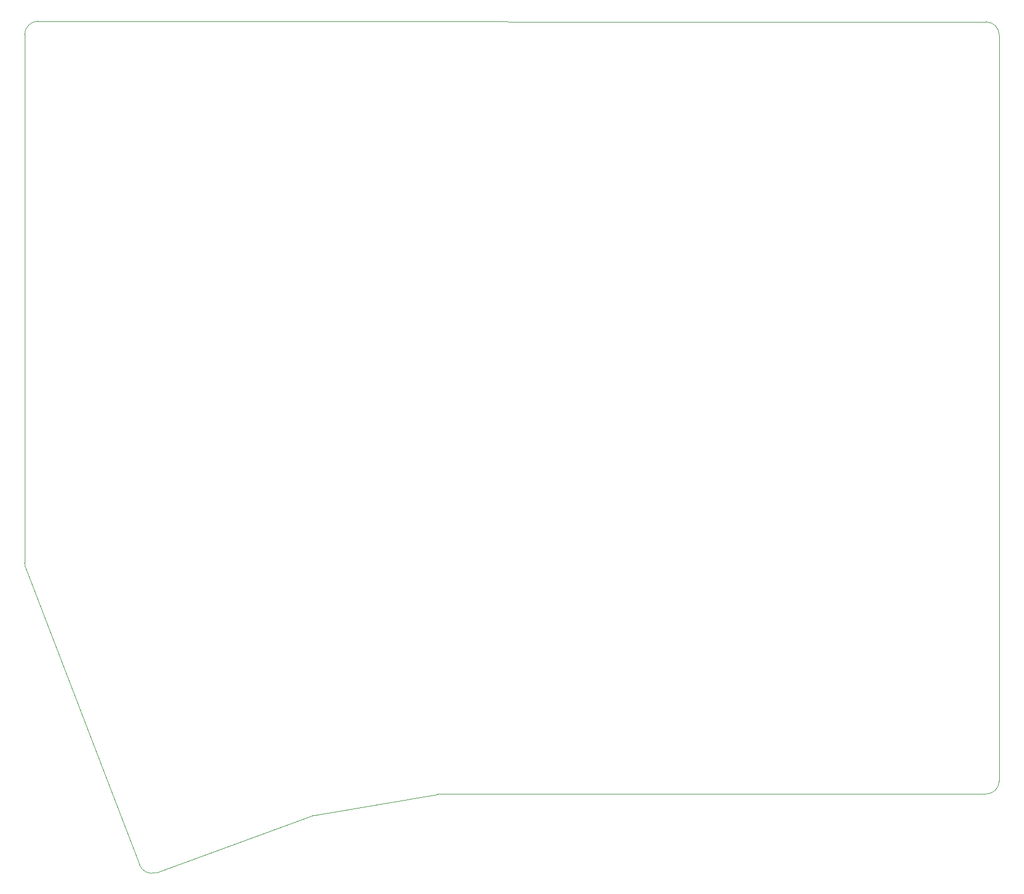
<source format=gbr>
G04 #@! TF.GenerationSoftware,KiCad,Pcbnew,9.0.6*
G04 #@! TF.CreationDate,2025-12-07T22:18:54+09:00*
G04 #@! TF.ProjectId,tarakkie_v1_light_bot2,74617261-6b6b-4696-955f-76315f6c6967,rev?*
G04 #@! TF.SameCoordinates,Original*
G04 #@! TF.FileFunction,Profile,NP*
%FSLAX46Y46*%
G04 Gerber Fmt 4.6, Leading zero omitted, Abs format (unit mm)*
G04 Created by KiCad (PCBNEW 9.0.6) date 2025-12-07 22:18:54*
%MOMM*%
%LPD*%
G01*
G04 APERTURE LIST*
G04 #@! TA.AperFunction,Profile*
%ADD10C,0.050000*%
G04 #@! TD*
G04 APERTURE END LIST*
D10*
X55953824Y-159908015D02*
G75*
G02*
X53402594Y-158743825I-683524J1879615D01*
G01*
X180724523Y-31886176D02*
G75*
G02*
X182722825Y-33886175I-1723J-2000024D01*
G01*
X79373241Y-151391863D02*
G75*
G02*
X79720000Y-151300002I683459J-1879537D01*
G01*
X36239317Y-113934143D02*
X53402655Y-158743802D01*
X79720000Y-151300000D02*
X98256173Y-148133987D01*
X182722801Y-146088313D02*
G75*
G02*
X180723218Y-148088301I-2000001J13D01*
G01*
X36139578Y-33800770D02*
X36122801Y-113261470D01*
X55953824Y-159908015D02*
X79373241Y-151391863D01*
X180724523Y-31886176D02*
X38140770Y-31801193D01*
X36139578Y-33800770D02*
G75*
G02*
X38140770Y-31801178I2000022J-430D01*
G01*
X98592483Y-148105437D02*
X180723218Y-148088313D01*
X36239317Y-113934143D02*
G75*
G02*
X36122809Y-113261470I1882883J672543D01*
G01*
X98256173Y-148133987D02*
G75*
G02*
X98592483Y-148105438I336727J-1971513D01*
G01*
X182722801Y-146088313D02*
X182722801Y-33886175D01*
M02*

</source>
